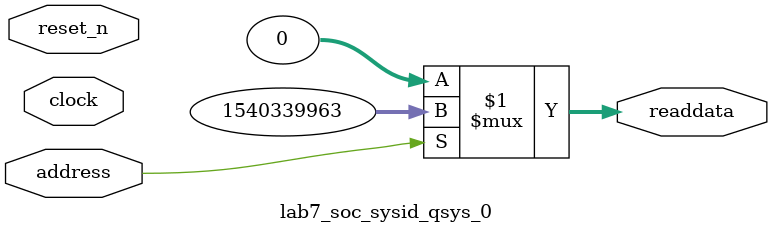
<source format=v>

`timescale 1ns / 1ps
// synthesis translate_on

// turn off superfluous verilog processor warnings 
// altera message_level Level1 
// altera message_off 10034 10035 10036 10037 10230 10240 10030 

module lab7_soc_sysid_qsys_0 (
               // inputs:
                address,
                clock,
                reset_n,

               // outputs:
                readdata
             )
;

  output  [ 31: 0] readdata;
  input            address;
  input            clock;
  input            reset_n;

  wire    [ 31: 0] readdata;
  //control_slave, which is an e_avalon_slave
  assign readdata = address ? 1540339963 : 0;

endmodule




</source>
